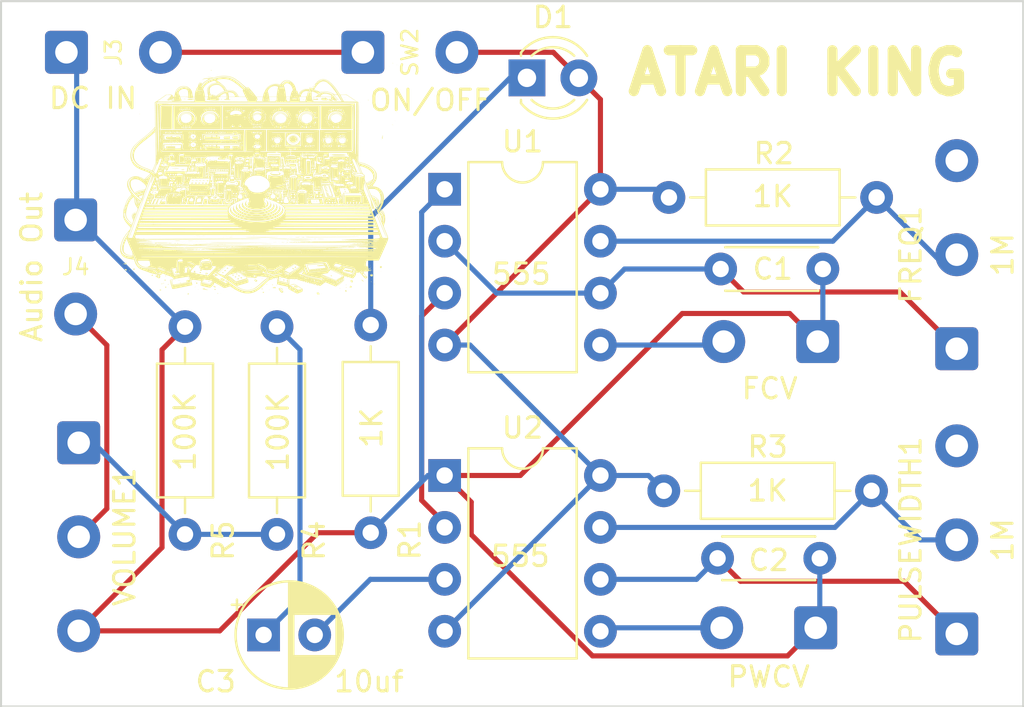
<source format=kicad_pcb>
(kicad_pcb (version 20211014) (generator pcbnew)
  (layers (0 "F.Cu" signal) (31 "B.Cu" signal) (34 "B.Paste" user) (35 "F.Paste" user) (36 "B.SilkS" user "B.Silkscreen") (37 "F.SilkS" user "F.Silkscreen") (38 "B.Mask" user) (39 "F.Mask" user) (44 "Edge.Cuts" user))
  (net 0 "")
  (net 1 "GND")
  (net 2 "Net-(D1-Pad1)")
  (net 3 "/PWR")
  (net 4 "+9V")
  (net 5 "Net-(C1-Pad2)")
  (net 6 "Net-(C2-Pad2)")
  (net 7 "Net-(C3-Pad2)")
  (net 8 "Net-(FREQ1-Pad2)")
  (net 9 "Net-(J1-PadT)")
  (net 10 "Net-(J2-PadT)")
  (net 11 "Net-(J4-PadT)")
  (net 12 "Net-(PULSEWIDTH1-Pad2)")
  (net 13 "Net-(C3-Pad1)")
  (net 14 "Net-(R4-Pad2)")
  (net 15 "Net-(U1-Pad3)")
  (footprint "Resistor_THT:R_Axial_DIN0207_L6.3mm_D2.5mm_P10.16mm_Horizontal" (layer "F.Cu") (at 128.5 65.92 -90)
    (fp_text reference "R4" (at 10.466404 -1.815964 90) (layer "F.SilkS"))
    (fp_text value "100K" (at 5.15 -0.05 90) (layer "F.SilkS"))
    (pad "1" thru_hole circle (at 0 0 270) (size 1.6 1.6) (drill 0.8) (layers *.Cu *.Mask) (net 13 "Net-(C3-Pad1)"))
    (pad "2" thru_hole oval (at 10.16 0 270) (size 1.6 1.6) (drill 0.8) (layers *.Cu *.Mask) (net 14 "Net-(R4-Pad2)"))
  )
  (footprint "Connector_Wire:SolderWire-0.5sqmm_1x03_P4.6mm_D0.9mm_OD2.1mm" (layer "F.Cu") (at 118.8 71.6 -90)
    (fp_text reference "VOLUME1" (at 4.6 -2.25 90) (layer "F.SilkS"))
    (fp_text value "5K")
    (pad "1" thru_hole roundrect (at 0 0 270) (size 2.1 2.1) (drill 1.1) (layers *.Cu *.Mask) (roundrect_rratio 0.119048) (net 14 "Net-(R4-Pad2)"))
    (pad "2" thru_hole circle (at 4.6 0 270) (size 2.1 2.1) (drill 1.1) (layers *.Cu *.Mask) (net 11 "Net-(J4-PadT)"))
    (pad "3" thru_hole circle (at 9.2 0 270) (size 2.1 2.1) (drill 1.1) (layers *.Cu *.Mask) (net 1 "GND"))
  )
  (footprint "Connector_Wire:SolderWire-0.5sqmm_1x02_P4.6mm_D0.9mm_OD2.1mm" (layer "F.Cu") (at 118.65 60.7 -90)
    (fp_text reference "J4" hide)
    (fp_text value "Audio Out" (at 2.3 2.15 90) (layer "F.SilkS"))
    (fp_text user "${REFERENCE}" (at 2.3 0) (layer "F.SilkS") (effects (font (size 0.78 0.78) (thickness 0.12))))
    (pad "S" thru_hole roundrect (at 0 0 270) (size 2.1 2.1) (drill 1.1) (layers *.Cu *.Mask) (roundrect_rratio 0.119048) (net 1 "GND"))
    (pad "T" thru_hole circle (at 4.6 0 270) (size 2.1 2.1) (drill 1.1) (layers *.Cu *.Mask) (net 11 "Net-(J4-PadT)"))
  )
  (footprint "Connector_Wire:SolderWire-0.5sqmm_1x02_P4.6mm_D0.9mm_OD2.1mm" (layer "F.Cu") (at 132.7 52.5)
    (fp_text reference "SW2" hide)
    (fp_text value "ON/OFF" (at 3.3 2.35) (layer "F.SilkS"))
    (fp_text user "${REFERENCE}" (at 2.3 0 90) (layer "F.SilkS") (effects (font (size 0.78 0.78) (thickness 0.12))))
    (pad "1" thru_hole roundrect (at 0 0) (size 2.1 2.1) (drill 1.1) (layers *.Cu *.Mask) (roundrect_rratio 0.119048) (net 4 "+9V"))
    (pad "2" thru_hole circle (at 4.6 0) (size 2.1 2.1) (drill 1.1) (layers *.Cu *.Mask) (net 3 "/PWR"))
  )
  (footprint "images:baby_atari" (layer "F.Cu") (at 127.5 59)
    (fp_text reference "G***" hide)
    (fp_text value "LOGO" hide)
  )
  (footprint "Package_DIP:DIP-8_W7.62mm" (layer "F.Cu") (at 136.7 73.2)
    (fp_text reference "U2" (at 3.81 -2.33) (layer "F.SilkS"))
    (fp_text value "555" (at 3.7 3.95) (layer "F.SilkS"))
    (pad "1" thru_hole rect (at 0 0) (size 1.6 1.6) (drill 0.8) (layers *.Cu *.Mask) (net 1 "GND"))
    (pad "2" thru_hole oval (at 0 2.54) (size 1.6 1.6) (drill 0.8) (layers *.Cu *.Mask) (net 15 "Net-(U1-Pad3)"))
    (pad "3" thru_hole oval (at 0 5.08) (size 1.6 1.6) (drill 0.8) (layers *.Cu *.Mask) (net 7 "Net-(C3-Pad2)"))
    (pad "4" thru_hole oval (at 0 7.62) (size 1.6 1.6) (drill 0.8) (layers *.Cu *.Mask) (net 3 "/PWR"))
    (pad "5" thru_hole oval (at 7.62 7.62) (size 1.6 1.6) (drill 0.8) (layers *.Cu *.Mask) (net 10 "Net-(J2-PadT)"))
    (pad "6" thru_hole oval (at 7.62 5.08) (size 1.6 1.6) (drill 0.8) (layers *.Cu *.Mask) (net 6 "Net-(C2-Pad2)"))
    (pad "7" thru_hole oval (at 7.62 2.54) (size 1.6 1.6) (drill 0.8) (layers *.Cu *.Mask) (net 12 "Net-(PULSEWIDTH1-Pad2)"))
    (pad "8" thru_hole oval (at 7.62 0) (size 1.6 1.6) (drill 0.8) (layers *.Cu *.Mask) (net 3 "/PWR"))
  )
  (footprint "Resistor_THT:R_Axial_DIN0207_L6.3mm_D2.5mm_P10.16mm_Horizontal" (layer "F.Cu") (at 124 65.92 -90)
    (fp_text reference "R5" (at 10.466404 -1.865964 90) (layer "F.SilkS"))
    (fp_text value "100K" (at 5.13 0 90) (layer "F.SilkS"))
    (pad "1" thru_hole circle (at 0 0 270) (size 1.6 1.6) (drill 0.8) (layers *.Cu *.Mask) (net 1 "GND"))
    (pad "2" thru_hole oval (at 10.16 0 270) (size 1.6 1.6) (drill 0.8) (layers *.Cu *.Mask) (net 14 "Net-(R4-Pad2)"))
  )
  (footprint "Capacitor_THT:C_Disc_D4.3mm_W1.9mm_P5.00mm" (layer "F.Cu") (at 155.05 77.25 180)
    (fp_text reference "C2" (at 2.5 -0.1) (layer "F.SilkS"))
    (fp_text value "0.1uf")
    (pad "1" thru_hole circle (at 0 0 180) (size 1.6 1.6) (drill 0.8) (layers *.Cu *.Mask) (net 1 "GND"))
    (pad "2" thru_hole circle (at 5 0 180) (size 1.6 1.6) (drill 0.8) (layers *.Cu *.Mask) (net 6 "Net-(C2-Pad2)"))
  )
  (footprint "Connector_Wire:SolderWire-0.5sqmm_1x03_P4.6mm_D0.9mm_OD2.1mm" (layer "F.Cu") (at 161.75 80.95 90)
    (fp_text reference "PULSEWIDTH1" (at 4.6 -2.25 90) (layer "F.SilkS"))
    (fp_text value "1M" (at 4.6 2.25 90) (layer "F.SilkS"))
    (pad "1" thru_hole roundrect (at 0 0 90) (size 2.1 2.1) (drill 1.1) (layers *.Cu *.Mask) (roundrect_rratio 0.119048) (net 6 "Net-(C2-Pad2)"))
    (pad "2" thru_hole circle (at 4.6 0 90) (size 2.1 2.1) (drill 1.1) (layers *.Cu *.Mask) (net 12 "Net-(PULSEWIDTH1-Pad2)"))
    (pad "3" thru_hole circle (at 9.2 0 90) (size 2.1 2.1) (drill 1.1) (layers *.Cu *.Mask))
  )
  (footprint "Capacitor_THT:CP_Radial_D5.0mm_P2.50mm" (layer "F.Cu") (at 127.844888 81)
    (fp_text reference "C3" (at -2.344888 2.28) (layer "F.SilkS"))
    (fp_text value "10uf" (at 5.155112 2.28) (layer "F.SilkS"))
    (pad "1" thru_hole rect (at 0 0) (size 1.6 1.6) (drill 0.8) (layers *.Cu *.Mask) (net 13 "Net-(C3-Pad1)"))
    (pad "2" thru_hole circle (at 2.5 0) (size 1.6 1.6) (drill 0.8) (layers *.Cu *.Mask) (net 7 "Net-(C3-Pad2)"))
  )
  (footprint "Resistor_THT:R_Axial_DIN0207_L6.3mm_D2.5mm_P10.16mm_Horizontal" (layer "F.Cu") (at 157.83 59.6 180)
    (fp_text reference "R2" (at 5.03 2.15) (layer "F.SilkS"))
    (fp_text value "1K" (at 5.08 0.05) (layer "F.SilkS"))
    (pad "1" thru_hole circle (at 0 0 180) (size 1.6 1.6) (drill 0.8) (layers *.Cu *.Mask) (net 8 "Net-(FREQ1-Pad2)"))
    (pad "2" thru_hole oval (at 10.16 0 180) (size 1.6 1.6) (drill 0.8) (layers *.Cu *.Mask) (net 3 "/PWR"))
  )
  (footprint "Connector_Wire:SolderWire-0.5sqmm_1x02_P4.6mm_D0.9mm_OD2.1mm" (layer "F.Cu") (at 118.2 52.5)
    (fp_text reference "J3" hide)
    (fp_text value "DC IN" (at 1.3 2.25) (layer "F.SilkS"))
    (fp_text user "${REFERENCE}" (at 2.3 0 90) (layer "F.SilkS") (effects (font (size 0.78 0.78) (thickness 0.12))))
    (pad "1" thru_hole roundrect (at 0 0) (size 2.1 2.1) (drill 1.1) (layers *.Cu *.Mask) (roundrect_rratio 0.119048) (net 1 "GND"))
    (pad "2" thru_hole circle (at 4.6 0) (size 2.1 2.1) (drill 1.1) (layers *.Cu *.Mask) (net 4 "+9V"))
  )
  (footprint "Resistor_THT:R_Axial_DIN0207_L6.3mm_D2.5mm_P10.16mm_Horizontal" (layer "F.Cu") (at 133.084036 76 90)
    (fp_text reference "R1" (at -0.356404 1.915964 90) (layer "F.SilkS"))
    (fp_text value "1K" (at 5.13 0.05 90) (layer "F.SilkS"))
    (pad "1" thru_hole circle (at 0 0 90) (size 1.6 1.6) (drill 0.8) (layers *.Cu *.Mask) (net 1 "GND"))
    (pad "2" thru_hole oval (at 10.16 0 90) (size 1.6 1.6) (drill 0.8) (layers *.Cu *.Mask) (net 2 "Net-(D1-Pad1)"))
  )
  (footprint "Capacitor_THT:C_Disc_D4.3mm_W1.9mm_P5.00mm" (layer "F.Cu") (at 155.2 63.1 180)
    (fp_text reference "C1" (at 2.45 0 180) (layer "F.SilkS"))
    (fp_text value "0.01uf")
    (pad "1" thru_hole circle (at 0 0 180) (size 1.6 1.6) (drill 0.8) (layers *.Cu *.Mask) (net 1 "GND"))
    (pad "2" thru_hole circle (at 5 0 180) (size 1.6 1.6) (drill 0.8) (layers *.Cu *.Mask) (net 5 "Net-(C1-Pad2)"))
  )
  (footprint "Connector_Wire:SolderWire-0.5sqmm_1x02_P4.6mm_D0.9mm_OD2.1mm" (layer "F.Cu") (at 154.95 66.65 180)
    (fp_text reference "J1" hide)
    (fp_text value "FCV" (at 2.35 -2.3) (layer "F.SilkS"))
    (pad "S" thru_hole roundrect (at 0 0 180) (size 2.1 2.1) (drill 1.1) (layers *.Cu *.Mask) (roundrect_rratio 0.119048) (net 1 "GND"))
    (pad "T" thru_hole circle (at 4.6 0 180) (size 2.1 2.1) (drill 1.1) (layers *.Cu *.Mask) (net 9 "Net-(J1-PadT)"))
  )
  (footprint "Package_DIP:DIP-8_W7.62mm" (layer "F.Cu") (at 136.7 59.2)
    (fp_text reference "U1" (at 3.81 -2.33) (layer "F.SilkS"))
    (fp_text value "555" (at 3.75 4.15) (layer "F.SilkS"))
    (pad "1" thru_hole rect (at 0 0) (size 1.6 1.6) (drill 0.8) (layers *.Cu *.Mask) (net 1 "GND"))
    (pad "2" thru_hole oval (at 0 2.54) (size 1.6 1.6) (drill 0.8) (layers *.Cu *.Mask) (net 5 "Net-(C1-Pad2)"))
    (pad "3" thru_hole oval (at 0 5.08) (size 1.6 1.6) (drill 0.8) (layers *.Cu *.Mask) (net 15 "Net-(U1-Pad3)"))
    (pad "4" thru_hole oval (at 0 7.62) (size 1.6 1.6) (drill 0.8) (layers *.Cu *.Mask) (net 3 "/PWR"))
    (pad "5" thru_hole oval (at 7.62 7.62) (size 1.6 1.6) (drill 0.8) (layers *.Cu *.Mask) (net 9 "Net-(J1-PadT)"))
    (pad "6" thru_hole oval (at 7.62 5.08) (size 1.6 1.6) (drill 0.8) (layers *.Cu *.Mask) (net 5 "Net-(C1-Pad2)"))
    (pad "7" thru_hole oval (at 7.62 2.54) (size 1.6 1.6) (drill 0.8) (layers *.Cu *.Mask) (net 8 "Net-(FREQ1-Pad2)"))
    (pad "8" thru_hole oval (at 7.62 0) (size 1.6 1.6) (drill 0.8) (layers *.Cu *.Mask) (net 3 "/PWR"))
  )
  (footprint "Connector_Wire:SolderWire-0.5sqmm_1x03_P4.6mm_D0.9mm_OD2.1mm" (layer "F.Cu") (at 161.75 67 90)
    (fp_text reference "FREQ1" (at 4.6 -2.25 90) (layer "F.SilkS"))
    (fp_text value "1M" (at 4.6 2.25 90) (layer "F.SilkS"))
    (pad "1" thru_hole roundrect (at 0 0 90) (size 2.1 2.1) (drill 1.1) (layers *.Cu *.Mask) (roundrect_rratio 0.119048) (net 5 "Net-(C1-Pad2)"))
    (pad "2" thru_hole circle (at 4.6 0 90) (size 2.1 2.1) (drill 1.1) (layers *.Cu *.Mask) (net 8 "Net-(FREQ1-Pad2)"))
    (pad "3" thru_hole circle (at 9.2 0 90) (size 2.1 2.1) (drill 1.1) (layers *.Cu *.Mask))
  )
  (footprint "Connector_Wire:SolderWire-0.5sqmm_1x02_P4.6mm_D0.9mm_OD2.1mm" (layer "F.Cu") (at 154.85 80.65 180)
    (fp_text reference "J2" hide)
    (fp_text value "PWCV" (at 2.3 -2.4) (layer "F.SilkS"))
    (pad "S" thru_hole roundrect (at 0 0 180) (size 2.1 2.1) (drill 1.1) (layers *.Cu *.Mask) (roundrect_rratio 0.119048) (net 1 "GND"))
    (pad "T" thru_hole circle (at 4.6 0 180) (size 2.1 2.1) (drill 1.1) (layers *.Cu *.Mask) (net 10 "Net-(J2-PadT)"))
  )
  (footprint "Resistor_THT:R_Axial_DIN0207_L6.3mm_D2.5mm_P10.16mm_Horizontal" (layer "F.Cu") (at 157.58 73.95 180)
    (fp_text reference "R3" (at 5.08 2.15) (layer "F.SilkS"))
    (fp_text value "1K" (at 5.08 0) (layer "F.SilkS"))
    (pad "1" thru_hole circle (at 0 0 180) (size 1.6 1.6) (drill 0.8) (layers *.Cu *.Mask) (net 12 "Net-(PULSEWIDTH1-Pad2)"))
    (pad "2" thru_hole oval (at 10.16 0 180) (size 1.6 1.6) (drill 0.8) (layers *.Cu *.Mask) (net 3 "/PWR"))
  )
  (footprint "LED_THT:LED_D3.0mm" (layer "F.Cu") (at 140.725 53.75)
    (fp_text reference "D1" (at 1.27 -2.96) (layer "F.SilkS"))
    (fp_text value "LED")
    (pad "1" thru_hole rect (at 0 0) (size 1.8 1.8) (drill 0.9) (layers *.Cu *.Mask) (net 2 "Net-(D1-Pad1)"))
    (pad "2" thru_hole circle (at 2.54 0) (size 1.8 1.8) (drill 0.9) (layers *.Cu *.Mask) (net 3 "/PWR"))
  )
  (gr_rect (start 115 50) (end 165 84.5) (layer "Edge.Cuts") (width 0.1) (fill none))
  (gr_text "ATARI KING" (at 154 53.5) (layer "F.SilkS") (effects (font (size 2 2) (thickness 0.5))))
  (segment (start 118.8 80.8) (end 122.875489 76.724511) (width 0.25) (layer "F.Cu") (net 1))
  (segment (start 153.575489 65.275489) (end 148.324511 65.275489) (width 0.25) (layer "F.Cu") (net 1))
  (segment (start 124 65.92) (end 122.875489 67.044511) (width 0.25) (layer "F.Cu") (net 1))
  (segment (start 138 76.0903) (end 138 74.5) (width 0.25) (layer "F.Cu") (net 1))
  (segment (start 138 74.5) (end 136.7 73.2) (width 0.25) (layer "F.Cu") (net 1))
  (segment (start 154.95 66.65) (end 153.575489 65.275489) (width 0.25) (layer "F.Cu") (net 1))
  (segment (start 118.8 80.8) (end 125.7 80.8) (width 0.25) (layer "F.Cu") (net 1))
  (segment (start 143.934211 82.024511) (end 138 76.0903) (width 0.25) (layer "F.Cu") (net 1))
  (segment (start 148.324511 65.275489) (end 140.4 73.2) (width 0.25) (layer "F.Cu") (net 1))
  (segment (start 122.875489 67.044511) (end 122.875489 76.724511) (width 0.25) (layer "F.Cu") (net 1))
  (segment (start 153.475489 82.024511) (end 143.934211 82.024511) (width 0.25) (layer "F.Cu") (net 1))
  (segment (start 140.4 73.2) (end 136.7 73.2) (width 0.25) (layer "F.Cu") (net 1))
  (segment (start 130.5 76) (end 133.084036 76) (width 0.25) (layer "F.Cu") (net 1))
  (segment (start 125.7 80.8) (end 130.5 76) (width 0.25) (layer "F.Cu") (net 1))
  (segment (start 154.85 80.65) (end 153.475489 82.024511) (width 0.25) (layer "F.Cu") (net 1))
  (segment (start 118.7 53.5) (end 118.7 60.65) (width 0.25) (layer "B.Cu") (net 1))
  (segment (start 118.78 60.7) (end 118.65 60.7) (width 0.25) (layer "B.Cu") (net 1))
  (segment (start 155.05 80.45) (end 155.05 77.25) (width 0.25) (layer "B.Cu") (net 1))
  (segment (start 135.884036 73.2) (end 136.7 73.2) (width 0.25) (layer "B.Cu") (net 1))
  (segment (start 154.85 80.65) (end 155.05 80.45) (width 0.25) (layer "B.Cu") (net 1))
  (segment (start 133.084036 76) (end 135.884036 73.2) (width 0.25) (layer "B.Cu") (net 1))
  (segment (start 124 65.92) (end 118.78 60.7) (width 0.25) (layer "B.Cu") (net 1))
  (segment (start 155.2 66.4) (end 155.2 63.1) (width 0.25) (layer "B.Cu") (net 1))
  (segment (start 135.575489 60.324511) (end 136.7 59.2) (width 0.25) (layer "B.Cu") (net 1))
  (segment (start 118.7 60.65) (end 118.65 60.7) (width 0.25) (layer "B.Cu") (net 1))
  (segment (start 135.575489 73.508547) (end 135.575489 60.324511) (width 0.25) (layer "B.Cu") (net 1))
  (segment (start 154.95 66.65) (end 155.2 66.4) (width 0.25) (layer "B.Cu") (net 1))
  (segment (start 133.084036 60.566942) (end 139.900978 53.75) (width 0.25) (layer "B.Cu") (net 2))
  (segment (start 139.900978 53.75) (end 140.725 53.75) (width 0.25) (layer "B.Cu") (net 2))
  (segment (start 133.084036 65.84) (end 133.084036 60.566942) (width 0.25) (layer "B.Cu") (net 2))
  (segment (start 143.265 53.75) (end 142.015 52.5) (width 0.25) (layer "F.Cu") (net 3))
  (segment (start 136.7 66.82) (end 144.32 59.2) (width 0.25) (layer "F.Cu") (net 3))
  (segment (start 144.32 59.2) (end 144.32 54.805) (width 0.25) (layer "F.Cu") (net 3))
  (segment (start 142.015 52.5) (end 137.3 52.5) (width 0.25) (layer "F.Cu") (net 3))
  (segment (start 144.32 54.805) (end 143.265 53.75) (width 0.25) (layer "F.Cu") (net 3))
  (segment (start 137.94 66.82) (end 144.32 73.2) (width 0.25) (layer "B.Cu") (net 3))
  (segment (start 144.32 59.2) (end 147.27 59.2) (width 0.25) (layer "B.Cu") (net 3))
  (segment (start 144.32 73.2) (end 146.67 73.2) (width 0.25) (layer "B.Cu") (net 3))
  (segment (start 136.7 80.82) (end 144.32 73.2) (width 0.25) (layer "B.Cu") (net 3))
  (segment (start 136.7 66.82) (end 137.94 66.82) (width 0.25) (layer "B.Cu") (net 3))
  (segment (start 147.27 59.2) (end 147.67 59.6) (width 0.25) (layer "B.Cu") (net 3))
  (segment (start 146.67 73.2) (end 147.42 73.95) (width 0.25) (layer "B.Cu") (net 3))
  (segment (start 132.7 52.5) (end 122.8 52.5) (width 0.25) (layer "F.Cu") (net 4))
  (segment (start 161.75 67) (end 158.974511 64.224511) (width 0.25) (layer "F.Cu") (net 5))
  (segment (start 158.974511 64.224511) (end 151.324511 64.224511) (width 0.25) (layer "F.Cu") (net 5))
  (segment (start 151.324511 64.224511) (end 150.2 63.1) (width 0.25) (layer "F.Cu") (net 5))
  (segment (start 145.5 63.1) (end 144.32 64.28) (width 0.25) (layer "B.Cu") (net 5))
  (segment (start 139.24 64.28) (end 136.7 61.74) (width 0.25) (layer "B.Cu") (net 5))
  (segment (start 144.32 64.28) (end 139.24 64.28) (width 0.25) (layer "B.Cu") (net 5))
  (segment (start 150.2 63.1) (end 145.5 63.1) (width 0.25) (layer "B.Cu") (net 5))
  (segment (start 161.75 80.95) (end 159.174511 78.374511) (width 0.25) (layer "F.Cu") (net 6))
  (segment (start 151.174511 78.374511) (end 150.05 77.25) (width 0.25) (layer "F.Cu") (net 6))
  (segment (start 159.174511 78.374511) (end 151.174511 78.374511) (width 0.25) (layer "F.Cu") (net 6))
  (segment (start 149.02 78.28) (end 150.05 77.25) (width 0.25) (layer "B.Cu") (net 6))
  (segment (start 144.32 78.28) (end 149.02 78.28) (width 0.25) (layer "B.Cu") (net 6))
  (segment (start 133.064888 78.28) (end 130.344888 81) (width 0.25) (layer "B.Cu") (net 7))
  (segment (start 136.7 78.28) (end 133.064888 78.28) (width 0.25) (layer "B.Cu") (net 7))
  (segment (start 161.75 62.4) (end 161.75 62.45) (width 0.25) (layer "B.Cu") (net 8))
  (segment (start 155.69 61.74) (end 144.32 61.74) (width 0.25) (layer "B.Cu") (net 8))
  (segment (start 161.85 62.55) (end 160.78 62.55) (width 0.25) (layer "B.Cu") (net 8))
  (segment (start 157.83 59.6) (end 155.69 61.74) (width 0.25) (layer "B.Cu") (net 8))
  (segment (start 160.78 62.55) (end 157.83 59.6) (width 0.25) (layer "B.Cu") (net 8))
  (segment (start 161.75 62.45) (end 161.85 62.55) (width 0.25) (layer "B.Cu") (net 8))
  (segment (start 144.32 66.82) (end 150.18 66.82) (width 0.25) (layer "B.Cu") (net 9))
  (segment (start 150.18 66.82) (end 150.35 66.65) (width 0.25) (layer "B.Cu") (net 9))
  (segment (start 144.49 80.65) (end 144.32 80.82) (width 0.25) (layer "B.Cu") (net 10))
  (segment (start 150.25 80.65) (end 144.49 80.65) (width 0.25) (layer "B.Cu") (net 10))
  (segment (start 120.17452 74.82548) (end 120.17452 66.82452) (width 0.25) (layer "F.Cu") (net 11))
  (segment (start 118.8 76.2) (end 120.17452 74.82548) (width 0.25) (layer "F.Cu") (net 11))
  (segment (start 120.17452 66.82452) (end 118.65 65.3) (width 0.25) (layer "F.Cu") (net 11))
  (segment (start 155.79 75.74) (end 144.32 75.74) (width 0.25) (layer "B.Cu") (net 12))
  (segment (start 161.75 76.35) (end 159.98 76.35) (width 0.25) (layer "B.Cu") (net 12))
  (segment (start 159.98 76.35) (end 157.58 73.95) (width 0.25) (layer "B.Cu") (net 12))
  (segment (start 157.58 73.95) (end 155.79 75.74) (width 0.25) (layer "B.Cu") (net 12))
  (segment (start 129.624511 79.220377) (end 129.624511 67.044511) (width 0.25) (layer "B.Cu") (net 13))
  (segment (start 129.624511 67.044511) (end 128.5 65.92) (width 0.25) (layer "B.Cu") (net 13))
  (segment (start 127.844888 81) (end 129.624511 79.220377) (width 0.25) (layer "B.Cu") (net 13))
  (segment (start 119.52 71.6) (end 118.8 71.6) (width 0.25) (layer "B.Cu") (net 14))
  (segment (start 124 76.08) (end 128.5 76.08) (width 0.25) (layer "B.Cu") (net 14))
  (segment (start 124 76.08) (end 119.52 71.6) (width 0.25) (layer "B.Cu") (net 14))
  (segment (start 135.575489 74.415189) (end 135.575489 65.404511) (width 0.25) (layer "F.Cu") (net 15))
  (segment (start 136.7 75.74) (end 136.7 75.5397) (width 0.25) (layer "F.Cu") (net 15))
  (segment (start 136.7 75.5397) (end 135.575489 74.415189) (width 0.25) (layer "F.Cu") (net 15))
  (segment (start 135.575489 65.404511) (end 136.7 64.28) (width 0.25) (layer "F.Cu") (net 15))
)
</source>
